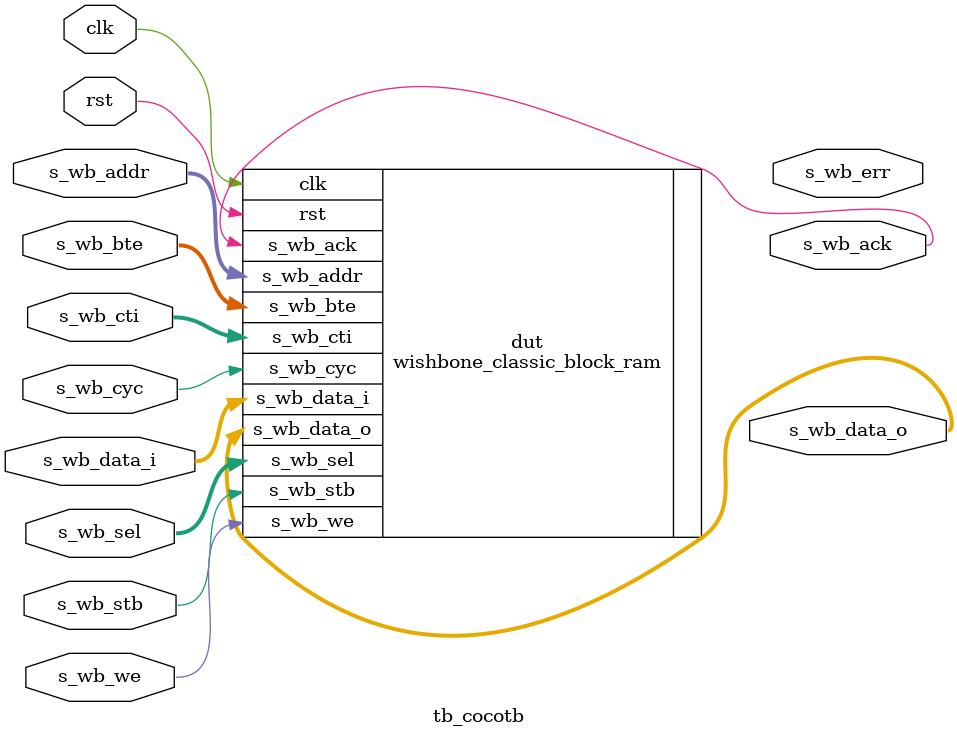
<source format=v>

`timescale 1ns/100ps

/*
 * Module: tb_cocotb
 *
 * Test bench for wishbone.
 *
 * Parameters:
 *
 *   ADDRESS_WIDTH   - Width of the axi address bus in bits.
 *   BUS_WIDTH       - Bus width for data paths in bytes.
 *   DEPTH           - Depth of the RAM in terms of data width words.
 *   RAM_TYPE        - Used to set the ram_style atribute.
 *   HEX_FILE        - Hex file to write to RAM.
 *
 * Ports:
 *
 *   clk            - Clock for all devices in the core
 *   rst            - Positive reset
 *   s_wb_cyc       - Bus Cycle in process
 *   s_wb_stb       - Valid data transfer cycle
 *   s_wb_we        - Active High write, low read
 *   s_wb_addr      - Bus address
 *   s_wb_data_i    - Input data
 *   s_wb_sel       - Device Select
 *   s_wb_bte       - Burst Type Extension
 *   s_wb_cti       - Cycle Type
 *   s_wb_ack       - Bus transaction terminated
 *   s_wb_data_o    - Output data
 *   s_wb_err       - Active high when a bus error is present
 */
module tb_cocotb #(
    parameter ADDRESS_WIDTH     = 32,
    parameter BUS_WIDTH         = 4,
    parameter DEPTH             = 512,
    parameter RAM_TYPE          = "block",
    parameter HEX_FILE          = ""
  )
  (
    input                       clk,
    input                       rst,
    input                       s_wb_cyc,
    input                       s_wb_stb,
    input                       s_wb_we,
    input   [ADDRESS_WIDTH-1:0] s_wb_addr,
    input   [BUS_WIDTH*8-1:0]   s_wb_data_i,
    input   [BUS_WIDTH-1:0]     s_wb_sel,
    input   [ 1:0]              s_wb_bte,
    input   [ 2:0]              s_wb_cti,
    output                      s_wb_ack,
    output  [BUS_WIDTH*8-1:0]   s_wb_data_o,
    output                      s_wb_err
  );

  // fst dump command
  initial begin
    $dumpfile ("tb_cocotb.fst");
    $dumpvars (0, tb_cocotb);
    #1;
  end

  //Group: Instantiated Modules

  /*
   * Module: dut
   *
   * Device under test, wishbone_classic_block_ram
   */
  wishbone_classic_block_ram #(
    .ADDRESS_WIDTH(ADDRESS_WIDTH),
    .BUS_WIDTH(BUS_WIDTH),
    .DEPTH(DEPTH),
    .RAM_TYPE(RAM_TYPE),
    .HEX_FILE(HEX_FILE)
  ) dut (
    .clk(clk),
    .rst(rst),
    .s_wb_cyc(s_wb_cyc),
    .s_wb_stb(s_wb_stb),
    .s_wb_we(s_wb_we),
    .s_wb_addr(s_wb_addr),
    .s_wb_data_i(s_wb_data_i),
    .s_wb_sel(s_wb_sel),
    .s_wb_cti(s_wb_cti),
    .s_wb_bte(s_wb_bte),
    .s_wb_ack(s_wb_ack),
    .s_wb_data_o(s_wb_data_o)
  );
  
endmodule


</source>
